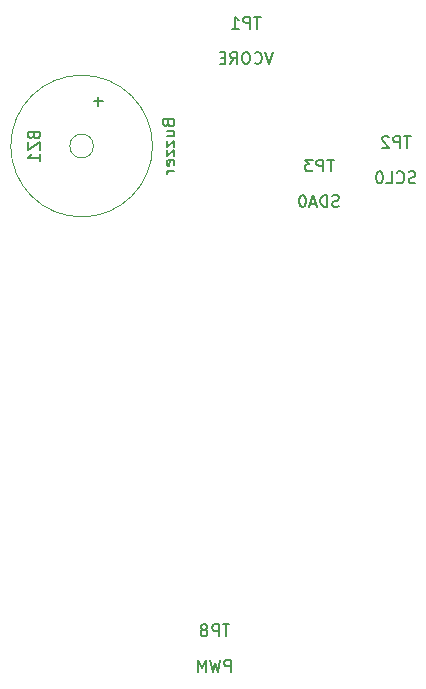
<source format=gbr>
From 199e1b522b1b3d5c5ebaf8c0a3e5959f84c253fd Mon Sep 17 00:00:00 2001
From: Dawsyn Schraiber <32221234+dawsynth@users.noreply.github.com>
Date: Wed, 29 Jan 2025 23:49:55 -0500
Subject: RP2040 PCB: Rev 1

---
 hardware/gerbers/active-drag-system-B_Fab.gbr | 758 ++++++++++++++++++++++++++
 1 file changed, 758 insertions(+)
 create mode 100644 hardware/gerbers/active-drag-system-B_Fab.gbr

(limited to 'hardware/gerbers/active-drag-system-B_Fab.gbr')

diff --git a/hardware/gerbers/active-drag-system-B_Fab.gbr b/hardware/gerbers/active-drag-system-B_Fab.gbr
new file mode 100644
index 0000000..2cbfae0
--- /dev/null
+++ b/hardware/gerbers/active-drag-system-B_Fab.gbr
@@ -0,0 +1,758 @@
+%TF.GenerationSoftware,KiCad,Pcbnew,8.0.7*%
+%TF.CreationDate,2025-01-08T02:27:14-05:00*%
+%TF.ProjectId,active-drag-system,61637469-7665-42d6-9472-61672d737973,rev?*%
+%TF.SameCoordinates,Original*%
+%TF.FileFunction,AssemblyDrawing,Bot*%
+%FSLAX46Y46*%
+G04 Gerber Fmt 4.6, Leading zero omitted, Abs format (unit mm)*
+G04 Created by KiCad (PCBNEW 8.0.7) date 2025-01-08 02:27:14*
+%MOMM*%
+%LPD*%
+G01*
+G04 APERTURE LIST*
+%ADD10C,0.150000*%
+%ADD11C,0.100000*%
+G04 APERTURE END LIST*
+D10*
+X155240475Y-97607200D02*
+X155097618Y-97654819D01*
+X155097618Y-97654819D02*
+X154859523Y-97654819D01*
+X154859523Y-97654819D02*
+X154764285Y-97607200D01*
+X154764285Y-97607200D02*
+X154716666Y-97559580D01*
+X154716666Y-97559580D02*
+X154669047Y-97464342D01*
+X154669047Y-97464342D02*
+X154669047Y-97369104D01*
+X154669047Y-97369104D02*
+X154716666Y-97273866D01*
+X154716666Y-97273866D02*
+X154764285Y-97226247D01*
+X154764285Y-97226247D02*
+X154859523Y-97178628D01*
+X154859523Y-97178628D02*
+X155049999Y-97131009D01*
+X155049999Y-97131009D02*
+X155145237Y-97083390D01*
+X155145237Y-97083390D02*
+X155192856Y-97035771D01*
+X155192856Y-97035771D02*
+X155240475Y-96940533D01*
+X155240475Y-96940533D02*
+X155240475Y-96845295D01*
+X155240475Y-96845295D02*
+X155192856Y-96750057D01*
+X155192856Y-96750057D02*
+X155145237Y-96702438D01*
+X155145237Y-96702438D02*
+X155049999Y-96654819D01*
+X155049999Y-96654819D02*
+X154811904Y-96654819D01*
+X154811904Y-96654819D02*
+X154669047Y-96702438D01*
+X154240475Y-97654819D02*
+X154240475Y-96654819D01*
+X154240475Y-96654819D02*
+X154002380Y-96654819D01*
+X154002380Y-96654819D02*
+X153859523Y-96702438D01*
+X153859523Y-96702438D02*
+X153764285Y-96797676D01*
+X153764285Y-96797676D02*
+X153716666Y-96892914D01*
+X153716666Y-96892914D02*
+X153669047Y-97083390D01*
+X153669047Y-97083390D02*
+X153669047Y-97226247D01*
+X153669047Y-97226247D02*
+X153716666Y-97416723D01*
+X153716666Y-97416723D02*
+X153764285Y-97511961D01*
+X153764285Y-97511961D02*
+X153859523Y-97607200D01*
+X153859523Y-97607200D02*
+X154002380Y-97654819D01*
+X154002380Y-97654819D02*
+X154240475Y-97654819D01*
+X153288094Y-97369104D02*
+X152811904Y-97369104D01*
+X153383332Y-97654819D02*
+X153049999Y-96654819D01*
+X153049999Y-96654819D02*
+X152716666Y-97654819D01*
+X152192856Y-96654819D02*
+X152097618Y-96654819D01*
+X152097618Y-96654819D02*
+X152002380Y-96702438D01*
+X152002380Y-96702438D02*
+X151954761Y-96750057D01*
+X151954761Y-96750057D02*
+X151907142Y-96845295D01*
+X151907142Y-96845295D02*
+X151859523Y-97035771D01*
+X151859523Y-97035771D02*
+X151859523Y-97273866D01*
+X151859523Y-97273866D02*
+X151907142Y-97464342D01*
+X151907142Y-97464342D02*
+X151954761Y-97559580D01*
+X151954761Y-97559580D02*
+X152002380Y-97607200D01*
+X152002380Y-97607200D02*
+X152097618Y-97654819D01*
+X152097618Y-97654819D02*
+X152192856Y-97654819D01*
+X152192856Y-97654819D02*
+X152288094Y-97607200D01*
+X152288094Y-97607200D02*
+X152335713Y-97559580D01*
+X152335713Y-97559580D02*
+X152383332Y-97464342D01*
+X152383332Y-97464342D02*
+X152430951Y-97273866D01*
+X152430951Y-97273866D02*
+X152430951Y-97035771D01*
+X152430951Y-97035771D02*
+X152383332Y-96845295D01*
+X152383332Y-96845295D02*
+X152335713Y-96750057D01*
+X152335713Y-96750057D02*
+X152288094Y-96702438D01*
+X152288094Y-96702438D02*
+X152192856Y-96654819D01*
+X154811904Y-93654819D02*
+X154240476Y-93654819D01*
+X154526190Y-94654819D02*
+X154526190Y-93654819D01*
+X153907142Y-94654819D02*
+X153907142Y-93654819D01*
+X153907142Y-93654819D02*
+X153526190Y-93654819D01*
+X153526190Y-93654819D02*
+X153430952Y-93702438D01*
+X153430952Y-93702438D02*
+X153383333Y-93750057D01*
+X153383333Y-93750057D02*
+X153335714Y-93845295D01*
+X153335714Y-93845295D02*
+X153335714Y-93988152D01*
+X153335714Y-93988152D02*
+X153383333Y-94083390D01*
+X153383333Y-94083390D02*
+X153430952Y-94131009D01*
+X153430952Y-94131009D02*
+X153526190Y-94178628D01*
+X153526190Y-94178628D02*
+X153907142Y-94178628D01*
+X153002380Y-93654819D02*
+X152383333Y-93654819D01*
+X152383333Y-93654819D02*
+X152716666Y-94035771D01*
+X152716666Y-94035771D02*
+X152573809Y-94035771D01*
+X152573809Y-94035771D02*
+X152478571Y-94083390D01*
+X152478571Y-94083390D02*
+X152430952Y-94131009D01*
+X152430952Y-94131009D02*
+X152383333Y-94226247D01*
+X152383333Y-94226247D02*
+X152383333Y-94464342D01*
+X152383333Y-94464342D02*
+X152430952Y-94559580D01*
+X152430952Y-94559580D02*
+X152478571Y-94607200D01*
+X152478571Y-94607200D02*
+X152573809Y-94654819D01*
+X152573809Y-94654819D02*
+X152859523Y-94654819D01*
+X152859523Y-94654819D02*
+X152954761Y-94607200D01*
+X152954761Y-94607200D02*
+X153002380Y-94559580D01*
+X161716666Y-95607200D02*
+X161573809Y-95654819D01*
+X161573809Y-95654819D02*
+X161335714Y-95654819D01*
+X161335714Y-95654819D02*
+X161240476Y-95607200D01*
+X161240476Y-95607200D02*
+X161192857Y-95559580D01*
+X161192857Y-95559580D02*
+X161145238Y-95464342D01*
+X161145238Y-95464342D02*
+X161145238Y-95369104D01*
+X161145238Y-95369104D02*
+X161192857Y-95273866D01*
+X161192857Y-95273866D02*
+X161240476Y-95226247D01*
+X161240476Y-95226247D02*
+X161335714Y-95178628D01*
+X161335714Y-95178628D02*
+X161526190Y-95131009D01*
+X161526190Y-95131009D02*
+X161621428Y-95083390D01*
+X161621428Y-95083390D02*
+X161669047Y-95035771D01*
+X161669047Y-95035771D02*
+X161716666Y-94940533D01*
+X161716666Y-94940533D02*
+X161716666Y-94845295D01*
+X161716666Y-94845295D02*
+X161669047Y-94750057D01*
+X161669047Y-94750057D02*
+X161621428Y-94702438D01*
+X161621428Y-94702438D02*
+X161526190Y-94654819D01*
+X161526190Y-94654819D02*
+X161288095Y-94654819D01*
+X161288095Y-94654819D02*
+X161145238Y-94702438D01*
+X160145238Y-95559580D02*
+X160192857Y-95607200D01*
+X160192857Y-95607200D02*
+X160335714Y-95654819D01*
+X160335714Y-95654819D02*
+X160430952Y-95654819D01*
+X160430952Y-95654819D02*
+X160573809Y-95607200D01*
+X160573809Y-95607200D02*
+X160669047Y-95511961D01*
+X160669047Y-95511961D02*
+X160716666Y-95416723D01*
+X160716666Y-95416723D02*
+X160764285Y-95226247D01*
+X160764285Y-95226247D02*
+X160764285Y-95083390D01*
+X160764285Y-95083390D02*
+X160716666Y-94892914D01*
+X160716666Y-94892914D02*
+X160669047Y-94797676D01*
+X160669047Y-94797676D02*
+X160573809Y-94702438D01*
+X160573809Y-94702438D02*
+X160430952Y-94654819D01*
+X160430952Y-94654819D02*
+X160335714Y-94654819D01*
+X160335714Y-94654819D02*
+X160192857Y-94702438D01*
+X160192857Y-94702438D02*
+X160145238Y-94750057D01*
+X159240476Y-95654819D02*
+X159716666Y-95654819D01*
+X159716666Y-95654819D02*
+X159716666Y-94654819D01*
+X158716666Y-94654819D02*
+X158621428Y-94654819D01*
+X158621428Y-94654819D02*
+X158526190Y-94702438D01*
+X158526190Y-94702438D02*
+X158478571Y-94750057D01*
+X158478571Y-94750057D02*
+X158430952Y-94845295D01*
+X158430952Y-94845295D02*
+X158383333Y-95035771D01*
+X158383333Y-95035771D02*
+X158383333Y-95273866D01*
+X158383333Y-95273866D02*
+X158430952Y-95464342D01*
+X158430952Y-95464342D02*
+X158478571Y-95559580D01*
+X158478571Y-95559580D02*
+X158526190Y-95607200D01*
+X158526190Y-95607200D02*
+X158621428Y-95654819D01*
+X158621428Y-95654819D02*
+X158716666Y-95654819D01*
+X158716666Y-95654819D02*
+X158811904Y-95607200D01*
+X158811904Y-95607200D02*
+X158859523Y-95559580D01*
+X158859523Y-95559580D02*
+X158907142Y-95464342D01*
+X158907142Y-95464342D02*
+X158954761Y-95273866D01*
+X158954761Y-95273866D02*
+X158954761Y-95035771D01*
+X158954761Y-95035771D02*
+X158907142Y-94845295D01*
+X158907142Y-94845295D02*
+X158859523Y-94750057D01*
+X158859523Y-94750057D02*
+X158811904Y-94702438D01*
+X158811904Y-94702438D02*
+X158716666Y-94654819D01*
+X161311904Y-91654819D02*
+X160740476Y-91654819D01*
+X161026190Y-92654819D02*
+X161026190Y-91654819D01*
+X160407142Y-92654819D02*
+X160407142Y-91654819D01*
+X160407142Y-91654819D02*
+X160026190Y-91654819D01*
+X160026190Y-91654819D02*
+X159930952Y-91702438D01*
+X159930952Y-91702438D02*
+X159883333Y-91750057D01*
+X159883333Y-91750057D02*
+X159835714Y-91845295D01*
+X159835714Y-91845295D02*
+X159835714Y-91988152D01*
+X159835714Y-91988152D02*
+X159883333Y-92083390D01*
+X159883333Y-92083390D02*
+X159930952Y-92131009D01*
+X159930952Y-92131009D02*
+X160026190Y-92178628D01*
+X160026190Y-92178628D02*
+X160407142Y-92178628D01*
+X159454761Y-91750057D02*
+X159407142Y-91702438D01*
+X159407142Y-91702438D02*
+X159311904Y-91654819D01*
+X159311904Y-91654819D02*
+X159073809Y-91654819D01*
+X159073809Y-91654819D02*
+X158978571Y-91702438D01*
+X158978571Y-91702438D02*
+X158930952Y-91750057D01*
+X158930952Y-91750057D02*
+X158883333Y-91845295D01*
+X158883333Y-91845295D02*
+X158883333Y-91940533D01*
+X158883333Y-91940533D02*
+X158930952Y-92083390D01*
+X158930952Y-92083390D02*
+X159502380Y-92654819D01*
+X159502380Y-92654819D02*
+X158883333Y-92654819D01*
+X149659523Y-84554819D02*
+X149326190Y-85554819D01*
+X149326190Y-85554819D02*
+X148992857Y-84554819D01*
+X148088095Y-85459580D02*
+X148135714Y-85507200D01*
+X148135714Y-85507200D02*
+X148278571Y-85554819D01*
+X148278571Y-85554819D02*
+X148373809Y-85554819D01*
+X148373809Y-85554819D02*
+X148516666Y-85507200D01*
+X148516666Y-85507200D02*
+X148611904Y-85411961D01*
+X148611904Y-85411961D02*
+X148659523Y-85316723D01*
+X148659523Y-85316723D02*
+X148707142Y-85126247D01*
+X148707142Y-85126247D02*
+X148707142Y-84983390D01*
+X148707142Y-84983390D02*
+X148659523Y-84792914D01*
+X148659523Y-84792914D02*
+X148611904Y-84697676D01*
+X148611904Y-84697676D02*
+X148516666Y-84602438D01*
+X148516666Y-84602438D02*
+X148373809Y-84554819D01*
+X148373809Y-84554819D02*
+X148278571Y-84554819D01*
+X148278571Y-84554819D02*
+X148135714Y-84602438D01*
+X148135714Y-84602438D02*
+X148088095Y-84650057D01*
+X147469047Y-84554819D02*
+X147278571Y-84554819D01*
+X147278571Y-84554819D02*
+X147183333Y-84602438D01*
+X147183333Y-84602438D02*
+X147088095Y-84697676D01*
+X147088095Y-84697676D02*
+X147040476Y-84888152D01*
+X147040476Y-84888152D02*
+X147040476Y-85221485D01*
+X147040476Y-85221485D02*
+X147088095Y-85411961D01*
+X147088095Y-85411961D02*
+X147183333Y-85507200D01*
+X147183333Y-85507200D02*
+X147278571Y-85554819D01*
+X147278571Y-85554819D02*
+X147469047Y-85554819D01*
+X147469047Y-85554819D02*
+X147564285Y-85507200D01*
+X147564285Y-85507200D02*
+X147659523Y-85411961D01*
+X147659523Y-85411961D02*
+X147707142Y-85221485D01*
+X147707142Y-85221485D02*
+X147707142Y-84888152D01*
+X147707142Y-84888152D02*
+X147659523Y-84697676D01*
+X147659523Y-84697676D02*
+X147564285Y-84602438D01*
+X147564285Y-84602438D02*
+X147469047Y-84554819D01*
+X146040476Y-85554819D02*
+X146373809Y-85078628D01*
+X146611904Y-85554819D02*
+X146611904Y-84554819D01*
+X146611904Y-84554819D02*
+X146230952Y-84554819D01*
+X146230952Y-84554819D02*
+X146135714Y-84602438D01*
+X146135714Y-84602438D02*
+X146088095Y-84650057D01*
+X146088095Y-84650057D02*
+X146040476Y-84745295D01*
+X146040476Y-84745295D02*
+X146040476Y-84888152D01*
+X146040476Y-84888152D02*
+X146088095Y-84983390D01*
+X146088095Y-84983390D02*
+X146135714Y-85031009D01*
+X146135714Y-85031009D02*
+X146230952Y-85078628D01*
+X146230952Y-85078628D02*
+X146611904Y-85078628D01*
+X145611904Y-85031009D02*
+X145278571Y-85031009D01*
+X145135714Y-85554819D02*
+X145611904Y-85554819D01*
+X145611904Y-85554819D02*
+X145611904Y-84554819D01*
+X145611904Y-84554819D02*
+X145135714Y-84554819D01*
+X148611904Y-81554819D02*
+X148040476Y-81554819D01*
+X148326190Y-82554819D02*
+X148326190Y-81554819D01*
+X147707142Y-82554819D02*
+X147707142Y-81554819D01*
+X147707142Y-81554819D02*
+X147326190Y-81554819D01*
+X147326190Y-81554819D02*
+X147230952Y-81602438D01*
+X147230952Y-81602438D02*
+X147183333Y-81650057D01*
+X147183333Y-81650057D02*
+X147135714Y-81745295D01*
+X147135714Y-81745295D02*
+X147135714Y-81888152D01*
+X147135714Y-81888152D02*
+X147183333Y-81983390D01*
+X147183333Y-81983390D02*
+X147230952Y-82031009D01*
+X147230952Y-82031009D02*
+X147326190Y-82078628D01*
+X147326190Y-82078628D02*
+X147707142Y-82078628D01*
+X146183333Y-82554819D02*
+X146754761Y-82554819D01*
+X146469047Y-82554819D02*
+X146469047Y-81554819D01*
+X146469047Y-81554819D02*
+X146564285Y-81697676D01*
+X146564285Y-81697676D02*
+X146659523Y-81792914D01*
+X146659523Y-81792914D02*
+X146754761Y-81840533D01*
+X146104761Y-137004819D02*
+X146104761Y-136004819D01*
+X146104761Y-136004819D02*
+X145723809Y-136004819D01*
+X145723809Y-136004819D02*
+X145628571Y-136052438D01*
+X145628571Y-136052438D02*
+X145580952Y-136100057D01*
+X145580952Y-136100057D02*
+X145533333Y-136195295D01*
+X145533333Y-136195295D02*
+X145533333Y-136338152D01*
+X145533333Y-136338152D02*
+X145580952Y-136433390D01*
+X145580952Y-136433390D02*
+X145628571Y-136481009D01*
+X145628571Y-136481009D02*
+X145723809Y-136528628D01*
+X145723809Y-136528628D02*
+X146104761Y-136528628D01*
+X145199999Y-136004819D02*
+X144961904Y-137004819D01*
+X144961904Y-137004819D02*
+X144771428Y-136290533D01*
+X144771428Y-136290533D02*
+X144580952Y-137004819D01*
+X144580952Y-137004819D02*
+X144342857Y-136004819D01*
+X143961904Y-137004819D02*
+X143961904Y-136004819D01*
+X143961904Y-136004819D02*
+X143628571Y-136719104D01*
+X143628571Y-136719104D02*
+X143295238Y-136004819D01*
+X143295238Y-136004819D02*
+X143295238Y-137004819D01*
+X145961904Y-133004819D02*
+X145390476Y-133004819D01*
+X145676190Y-134004819D02*
+X145676190Y-133004819D01*
+X145057142Y-134004819D02*
+X145057142Y-133004819D01*
+X145057142Y-133004819D02*
+X144676190Y-133004819D01*
+X144676190Y-133004819D02*
+X144580952Y-133052438D01*
+X144580952Y-133052438D02*
+X144533333Y-133100057D01*
+X144533333Y-133100057D02*
+X144485714Y-133195295D01*
+X144485714Y-133195295D02*
+X144485714Y-133338152D01*
+X144485714Y-133338152D02*
+X144533333Y-133433390D01*
+X144533333Y-133433390D02*
+X144580952Y-133481009D01*
+X144580952Y-133481009D02*
+X144676190Y-133528628D01*
+X144676190Y-133528628D02*
+X145057142Y-133528628D01*
+X143914285Y-133433390D02*
+X144009523Y-133385771D01*
+X144009523Y-133385771D02*
+X144057142Y-133338152D01*
+X144057142Y-133338152D02*
+X144104761Y-133242914D01*
+X144104761Y-133242914D02*
+X144104761Y-133195295D01*
+X144104761Y-133195295D02*
+X144057142Y-133100057D01*
+X144057142Y-133100057D02*
+X144009523Y-133052438D01*
+X144009523Y-133052438D02*
+X143914285Y-133004819D01*
+X143914285Y-133004819D02*
+X143723809Y-133004819D01*
+X143723809Y-133004819D02*
+X143628571Y-133052438D01*
+X143628571Y-133052438D02*
+X143580952Y-133100057D01*
+X143580952Y-133100057D02*
+X143533333Y-133195295D01*
+X143533333Y-133195295D02*
+X143533333Y-133242914D01*
+X143533333Y-133242914D02*
+X143580952Y-133338152D01*
+X143580952Y-133338152D02*
+X143628571Y-133385771D01*
+X143628571Y-133385771D02*
+X143723809Y-133433390D01*
+X143723809Y-133433390D02*
+X143914285Y-133433390D01*
+X143914285Y-133433390D02*
+X144009523Y-133481009D01*
+X144009523Y-133481009D02*
+X144057142Y-133528628D01*
+X144057142Y-133528628D02*
+X144104761Y-133623866D01*
+X144104761Y-133623866D02*
+X144104761Y-133814342D01*
+X144104761Y-133814342D02*
+X144057142Y-133909580D01*
+X144057142Y-133909580D02*
+X144009523Y-133957200D01*
+X144009523Y-133957200D02*
+X143914285Y-134004819D01*
+X143914285Y-134004819D02*
+X143723809Y-134004819D01*
+X143723809Y-134004819D02*
+X143628571Y-133957200D01*
+X143628571Y-133957200D02*
+X143580952Y-133909580D01*
+X143580952Y-133909580D02*
+X143533333Y-133814342D01*
+X143533333Y-133814342D02*
+X143533333Y-133623866D01*
+X143533333Y-133623866D02*
+X143580952Y-133528628D01*
+X143580952Y-133528628D02*
+X143628571Y-133481009D01*
+X143628571Y-133481009D02*
+X143723809Y-133433390D01*
+X140781009Y-90571428D02*
+X140828628Y-90714285D01*
+X140828628Y-90714285D02*
+X140876247Y-90761904D01*
+X140876247Y-90761904D02*
+X140971485Y-90809523D01*
+X140971485Y-90809523D02*
+X141114342Y-90809523D01*
+X141114342Y-90809523D02*
+X141209580Y-90761904D01*
+X141209580Y-90761904D02*
+X141257200Y-90714285D01*
+X141257200Y-90714285D02*
+X141304819Y-90619047D01*
+X141304819Y-90619047D02*
+X141304819Y-90238095D01*
+X141304819Y-90238095D02*
+X140304819Y-90238095D01*
+X140304819Y-90238095D02*
+X140304819Y-90571428D01*
+X140304819Y-90571428D02*
+X140352438Y-90666666D01*
+X140352438Y-90666666D02*
+X140400057Y-90714285D01*
+X140400057Y-90714285D02*
+X140495295Y-90761904D01*
+X140495295Y-90761904D02*
+X140590533Y-90761904D01*
+X140590533Y-90761904D02*
+X140685771Y-90714285D01*
+X140685771Y-90714285D02*
+X140733390Y-90666666D01*
+X140733390Y-90666666D02*
+X140781009Y-90571428D01*
+X140781009Y-90571428D02*
+X140781009Y-90238095D01*
+X140638152Y-91666666D02*
+X141304819Y-91666666D01*
+X140638152Y-91238095D02*
+X141161961Y-91238095D01*
+X141161961Y-91238095D02*
+X141257200Y-91285714D01*
+X141257200Y-91285714D02*
+X141304819Y-91380952D01*
+X141304819Y-91380952D02*
+X141304819Y-91523809D01*
+X141304819Y-91523809D02*
+X141257200Y-91619047D01*
+X141257200Y-91619047D02*
+X141209580Y-91666666D01*
+X140638152Y-92047619D02*
+X140638152Y-92571428D01*
+X140638152Y-92571428D02*
+X141304819Y-92047619D01*
+X141304819Y-92047619D02*
+X141304819Y-92571428D01*
+X140638152Y-92857143D02*
+X140638152Y-93380952D01*
+X140638152Y-93380952D02*
+X141304819Y-92857143D01*
+X141304819Y-92857143D02*
+X141304819Y-93380952D01*
+X141257200Y-94142857D02*
+X141304819Y-94047619D01*
+X141304819Y-94047619D02*
+X141304819Y-93857143D01*
+X141304819Y-93857143D02*
+X141257200Y-93761905D01*
+X141257200Y-93761905D02*
+X141161961Y-93714286D01*
+X141161961Y-93714286D02*
+X140781009Y-93714286D01*
+X140781009Y-93714286D02*
+X140685771Y-93761905D01*
+X140685771Y-93761905D02*
+X140638152Y-93857143D01*
+X140638152Y-93857143D02*
+X140638152Y-94047619D01*
+X140638152Y-94047619D02*
+X140685771Y-94142857D01*
+X140685771Y-94142857D02*
+X140781009Y-94190476D01*
+X140781009Y-94190476D02*
+X140876247Y-94190476D01*
+X140876247Y-94190476D02*
+X140971485Y-93714286D01*
+X141304819Y-94619048D02*
+X140638152Y-94619048D01*
+X140828628Y-94619048D02*
+X140733390Y-94666667D01*
+X140733390Y-94666667D02*
+X140685771Y-94714286D01*
+X140685771Y-94714286D02*
+X140638152Y-94809524D01*
+X140638152Y-94809524D02*
+X140638152Y-94904762D01*
+X134873866Y-88309048D02*
+X134873866Y-89070953D01*
+X135254819Y-88690000D02*
+X134492914Y-88690000D01*
+X129381009Y-91619047D02*
+X129428628Y-91761904D01*
+X129428628Y-91761904D02*
+X129476247Y-91809523D01*
+X129476247Y-91809523D02*
+X129571485Y-91857142D01*
+X129571485Y-91857142D02*
+X129714342Y-91857142D01*
+X129714342Y-91857142D02*
+X129809580Y-91809523D01*
+X129809580Y-91809523D02*
+X129857200Y-91761904D01*
+X129857200Y-91761904D02*
+X129904819Y-91666666D01*
+X129904819Y-91666666D02*
+X129904819Y-91285714D01*
+X129904819Y-91285714D02*
+X128904819Y-91285714D01*
+X128904819Y-91285714D02*
+X128904819Y-91619047D01*
+X128904819Y-91619047D02*
+X128952438Y-91714285D01*
+X128952438Y-91714285D02*
+X129000057Y-91761904D01*
+X129000057Y-91761904D02*
+X129095295Y-91809523D01*
+X129095295Y-91809523D02*
+X129190533Y-91809523D01*
+X129190533Y-91809523D02*
+X129285771Y-91761904D01*
+X129285771Y-91761904D02*
+X129333390Y-91714285D01*
+X129333390Y-91714285D02*
+X129381009Y-91619047D01*
+X129381009Y-91619047D02*
+X129381009Y-91285714D01*
+X128904819Y-92190476D02*
+X128904819Y-92857142D01*
+X128904819Y-92857142D02*
+X129904819Y-92190476D01*
+X129904819Y-92190476D02*
+X129904819Y-92857142D01*
+X129904819Y-93761904D02*
+X129904819Y-93190476D01*
+X129904819Y-93476190D02*
+X128904819Y-93476190D01*
+X128904819Y-93476190D02*
+X129047676Y-93380952D01*
+X129047676Y-93380952D02*
+X129142914Y-93285714D01*
+X129142914Y-93285714D02*
+X129190533Y-93190476D01*
+D11*
+%TO.C,BZ1*%
+X134450000Y-92500000D02*
+G75*
+G02*
+X132450000Y-92500000I-1000000J0D01*
+G01*
+X132450000Y-92500000D02*
+G75*
+G02*
+X134450000Y-92500000I1000000J0D01*
+G01*
+X139450000Y-92500000D02*
+G75*
+G02*
+X127450000Y-92500000I-6000000J0D01*
+G01*
+X127450000Y-92500000D02*
+G75*
+G02*
+X139450000Y-92500000I6000000J0D01*
+G01*
+%TD*%
+M02*
-- 
cgit v1.2.3


</source>
